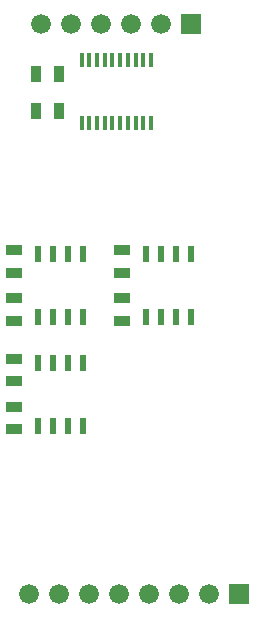
<source format=gts>
G04 #@! TF.FileFunction,Soldermask,Top*
%FSLAX46Y46*%
G04 Gerber Fmt 4.6, Leading zero omitted, Abs format (unit mm)*
G04 Created by KiCad (PCBNEW (2014-11-02 BZR 5250)-product) date 05/11/2014 13:18:46*
%MOMM*%
G01*
G04 APERTURE LIST*
%ADD10C,0.100000*%
%ADD11R,1.397000X0.889000*%
%ADD12R,0.889000X1.397000*%
%ADD13R,1.676400X1.676400*%
%ADD14C,1.676400*%
%ADD15R,0.406400X1.270000*%
%ADD16R,0.599440X1.399540*%
G04 APERTURE END LIST*
D10*
D11*
X112014000Y-148018500D03*
X112014000Y-146113500D03*
X121158000Y-148018500D03*
X121158000Y-146113500D03*
X112014000Y-157226000D03*
X112014000Y-155321000D03*
X112014000Y-150177500D03*
X112014000Y-152082500D03*
X121158000Y-150177500D03*
X121158000Y-152082500D03*
X112014000Y-159385000D03*
X112014000Y-161290000D03*
D12*
X115760500Y-131191000D03*
X113855500Y-131191000D03*
X115760500Y-134302500D03*
X113855500Y-134302500D03*
D13*
X127000000Y-127000000D03*
D14*
X124460000Y-127000000D03*
X121920000Y-127000000D03*
X119380000Y-127000000D03*
X116840000Y-127000000D03*
X114300000Y-127000000D03*
D15*
X117729000Y-135382000D03*
X118364000Y-135382000D03*
X119024400Y-135382000D03*
X119684800Y-135382000D03*
X120319800Y-135382000D03*
X120980200Y-135382000D03*
X121640600Y-135382000D03*
X122275600Y-135382000D03*
X122936000Y-135382000D03*
X123571000Y-135382000D03*
X123571000Y-130048000D03*
X122936000Y-130048000D03*
X122275600Y-130048000D03*
X121640600Y-130048000D03*
X120980200Y-130048000D03*
X120319800Y-130048000D03*
X119684800Y-130048000D03*
X119024400Y-130048000D03*
X118364000Y-130048000D03*
X117729000Y-130048000D03*
D16*
X114046000Y-155638500D03*
X114046000Y-160972500D03*
X115316000Y-155638500D03*
X116586000Y-155638500D03*
X117856000Y-155638500D03*
X115316000Y-160972500D03*
X116586000Y-160972500D03*
X117856000Y-160972500D03*
X114046000Y-146431000D03*
X114046000Y-151765000D03*
X115316000Y-146431000D03*
X116586000Y-146431000D03*
X117856000Y-146431000D03*
X115316000Y-151765000D03*
X116586000Y-151765000D03*
X117856000Y-151765000D03*
X123190000Y-146431000D03*
X123190000Y-151765000D03*
X124460000Y-146431000D03*
X125730000Y-146431000D03*
X127000000Y-146431000D03*
X124460000Y-151765000D03*
X125730000Y-151765000D03*
X127000000Y-151765000D03*
D13*
X131064000Y-175260000D03*
D14*
X128524000Y-175260000D03*
X125984000Y-175260000D03*
X123444000Y-175260000D03*
X120904000Y-175260000D03*
X118364000Y-175260000D03*
X115824000Y-175260000D03*
X113284000Y-175260000D03*
M02*

</source>
